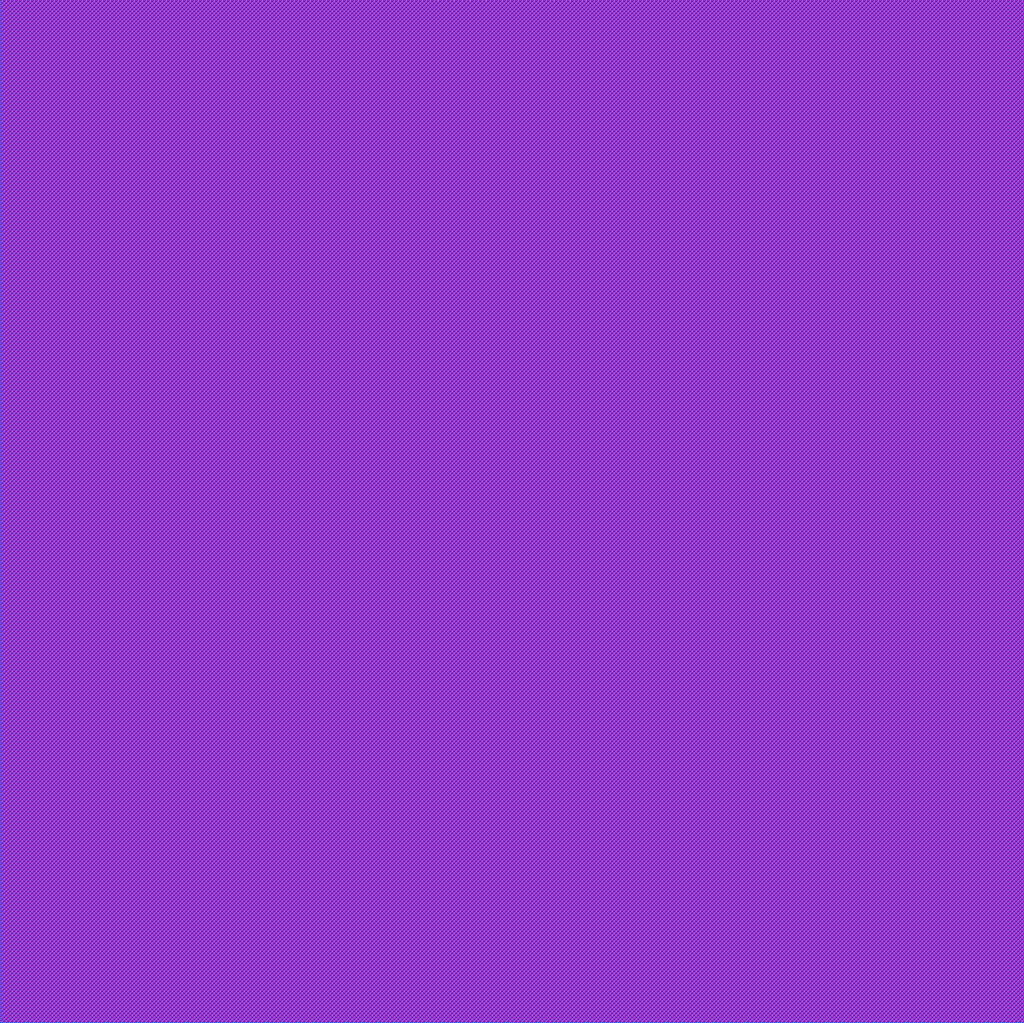
<source format=lef>
##
## LEF for PtnCells ;
## created by Encounter v09.10-p004_1 on Mon Mar  3 19:07:24 2014
##

VERSION 5.5 ;

NAMESCASESENSITIVE ON ;
BUSBITCHARS "[]" ;
DIVIDERCHAR "/" ;

UNITS
  DATABASE MICRONS 2000 ;
END UNITS

MACRO up_island
  CLASS BLOCK ;
  SIZE 184.6000 BY 184.4600 ;
  FOREIGN up_island 0.0000 0.0000 ;
  ORIGIN 0 0 ;
  SYMMETRY X Y R90 ;
  PIN CLK
    DIRECTION INPUT ;
    USE SIGNAL ;
    PORT
      LAYER metal2 ;
        RECT 76.0600 184.3900 76.1300 184.4600 ;
    END
  END CLK
  PIN reset
    DIRECTION INPUT ;
    USE SIGNAL ;
    PORT
      LAYER metal2 ;
        RECT 77.0100 184.3900 77.0800 184.4600 ;
    END
  END reset
  PIN BUS_NREADY
    DIRECTION INPUT ;
    USE SIGNAL ;
    PORT
      LAYER metal2 ;
        RECT 77.9600 184.3900 78.0300 184.4600 ;
    END
  END BUS_NREADY
  PIN BUS_BUSY
    DIRECTION OUTPUT ;
    USE SIGNAL ;
    PORT
      LAYER metal2 ;
        RECT 29.5100 0.0000 29.5800 0.0700 ;
    END
  END BUS_BUSY
  PIN BUS_MR
    DIRECTION OUTPUT ;
    USE SIGNAL ;
    PORT
      LAYER metal2 ;
        RECT 33.3100 0.0000 33.3800 0.0700 ;
    END
  END BUS_MR
  PIN BUS_MW
    DIRECTION OUTPUT ;
    USE SIGNAL ;
    PORT
      LAYER metal2 ;
        RECT 31.4100 0.0000 31.4800 0.0700 ;
    END
  END BUS_MW
  PIN BUS_ADDR_OUTBUS[31]
    DIRECTION OUTPUT ;
    USE SIGNAL ;
    PORT
      LAYER metal2 ;
        RECT 94.1100 0.0000 94.1800 0.0700 ;
    END
  END BUS_ADDR_OUTBUS[31]
  PIN BUS_ADDR_OUTBUS[30]
    DIRECTION OUTPUT ;
    USE SIGNAL ;
    PORT
      LAYER metal2 ;
        RECT 92.2100 0.0000 92.2800 0.0700 ;
    END
  END BUS_ADDR_OUTBUS[30]
  PIN BUS_ADDR_OUTBUS[29]
    DIRECTION OUTPUT ;
    USE SIGNAL ;
    PORT
      LAYER metal2 ;
        RECT 90.3100 0.0000 90.3800 0.0700 ;
    END
  END BUS_ADDR_OUTBUS[29]
  PIN BUS_ADDR_OUTBUS[28]
    DIRECTION OUTPUT ;
    USE SIGNAL ;
    PORT
      LAYER metal2 ;
        RECT 88.4100 0.0000 88.4800 0.0700 ;
    END
  END BUS_ADDR_OUTBUS[28]
  PIN BUS_ADDR_OUTBUS[27]
    DIRECTION OUTPUT ;
    USE SIGNAL ;
    PORT
      LAYER metal2 ;
        RECT 86.5100 0.0000 86.5800 0.0700 ;
    END
  END BUS_ADDR_OUTBUS[27]
  PIN BUS_ADDR_OUTBUS[26]
    DIRECTION OUTPUT ;
    USE SIGNAL ;
    PORT
      LAYER metal2 ;
        RECT 84.6100 0.0000 84.6800 0.0700 ;
    END
  END BUS_ADDR_OUTBUS[26]
  PIN BUS_ADDR_OUTBUS[25]
    DIRECTION OUTPUT ;
    USE SIGNAL ;
    PORT
      LAYER metal2 ;
        RECT 82.7100 0.0000 82.7800 0.0700 ;
    END
  END BUS_ADDR_OUTBUS[25]
  PIN BUS_ADDR_OUTBUS[24]
    DIRECTION OUTPUT ;
    USE SIGNAL ;
    PORT
      LAYER metal2 ;
        RECT 80.8100 0.0000 80.8800 0.0700 ;
    END
  END BUS_ADDR_OUTBUS[24]
  PIN BUS_ADDR_OUTBUS[23]
    DIRECTION OUTPUT ;
    USE SIGNAL ;
    PORT
      LAYER metal2 ;
        RECT 78.9100 0.0000 78.9800 0.0700 ;
    END
  END BUS_ADDR_OUTBUS[23]
  PIN BUS_ADDR_OUTBUS[22]
    DIRECTION OUTPUT ;
    USE SIGNAL ;
    PORT
      LAYER metal2 ;
        RECT 77.0100 0.0000 77.0800 0.0700 ;
    END
  END BUS_ADDR_OUTBUS[22]
  PIN BUS_ADDR_OUTBUS[21]
    DIRECTION OUTPUT ;
    USE SIGNAL ;
    PORT
      LAYER metal2 ;
        RECT 75.1100 0.0000 75.1800 0.0700 ;
    END
  END BUS_ADDR_OUTBUS[21]
  PIN BUS_ADDR_OUTBUS[20]
    DIRECTION OUTPUT ;
    USE SIGNAL ;
    PORT
      LAYER metal2 ;
        RECT 73.2100 0.0000 73.2800 0.0700 ;
    END
  END BUS_ADDR_OUTBUS[20]
  PIN BUS_ADDR_OUTBUS[19]
    DIRECTION OUTPUT ;
    USE SIGNAL ;
    PORT
      LAYER metal2 ;
        RECT 71.3100 0.0000 71.3800 0.0700 ;
    END
  END BUS_ADDR_OUTBUS[19]
  PIN BUS_ADDR_OUTBUS[18]
    DIRECTION OUTPUT ;
    USE SIGNAL ;
    PORT
      LAYER metal2 ;
        RECT 69.4100 0.0000 69.4800 0.0700 ;
    END
  END BUS_ADDR_OUTBUS[18]
  PIN BUS_ADDR_OUTBUS[17]
    DIRECTION OUTPUT ;
    USE SIGNAL ;
    PORT
      LAYER metal2 ;
        RECT 67.5100 0.0000 67.5800 0.0700 ;
    END
  END BUS_ADDR_OUTBUS[17]
  PIN BUS_ADDR_OUTBUS[16]
    DIRECTION OUTPUT ;
    USE SIGNAL ;
    PORT
      LAYER metal2 ;
        RECT 65.6100 0.0000 65.6800 0.0700 ;
    END
  END BUS_ADDR_OUTBUS[16]
  PIN BUS_ADDR_OUTBUS[15]
    DIRECTION OUTPUT ;
    USE SIGNAL ;
    PORT
      LAYER metal2 ;
        RECT 63.7100 0.0000 63.7800 0.0700 ;
    END
  END BUS_ADDR_OUTBUS[15]
  PIN BUS_ADDR_OUTBUS[14]
    DIRECTION OUTPUT ;
    USE SIGNAL ;
    PORT
      LAYER metal2 ;
        RECT 61.8100 0.0000 61.8800 0.0700 ;
    END
  END BUS_ADDR_OUTBUS[14]
  PIN BUS_ADDR_OUTBUS[13]
    DIRECTION OUTPUT ;
    USE SIGNAL ;
    PORT
      LAYER metal2 ;
        RECT 59.9100 0.0000 59.9800 0.0700 ;
    END
  END BUS_ADDR_OUTBUS[13]
  PIN BUS_ADDR_OUTBUS[12]
    DIRECTION OUTPUT ;
    USE SIGNAL ;
    PORT
      LAYER metal2 ;
        RECT 58.0100 0.0000 58.0800 0.0700 ;
    END
  END BUS_ADDR_OUTBUS[12]
  PIN BUS_ADDR_OUTBUS[11]
    DIRECTION OUTPUT ;
    USE SIGNAL ;
    PORT
      LAYER metal2 ;
        RECT 56.1100 0.0000 56.1800 0.0700 ;
    END
  END BUS_ADDR_OUTBUS[11]
  PIN BUS_ADDR_OUTBUS[10]
    DIRECTION OUTPUT ;
    USE SIGNAL ;
    PORT
      LAYER metal2 ;
        RECT 54.2100 0.0000 54.2800 0.0700 ;
    END
  END BUS_ADDR_OUTBUS[10]
  PIN BUS_ADDR_OUTBUS[9]
    DIRECTION OUTPUT ;
    USE SIGNAL ;
    PORT
      LAYER metal2 ;
        RECT 52.3100 0.0000 52.3800 0.0700 ;
    END
  END BUS_ADDR_OUTBUS[9]
  PIN BUS_ADDR_OUTBUS[8]
    DIRECTION OUTPUT ;
    USE SIGNAL ;
    PORT
      LAYER metal2 ;
        RECT 50.4100 0.0000 50.4800 0.0700 ;
    END
  END BUS_ADDR_OUTBUS[8]
  PIN BUS_ADDR_OUTBUS[7]
    DIRECTION OUTPUT ;
    USE SIGNAL ;
    PORT
      LAYER metal2 ;
        RECT 48.5100 0.0000 48.5800 0.0700 ;
    END
  END BUS_ADDR_OUTBUS[7]
  PIN BUS_ADDR_OUTBUS[6]
    DIRECTION OUTPUT ;
    USE SIGNAL ;
    PORT
      LAYER metal2 ;
        RECT 46.6100 0.0000 46.6800 0.0700 ;
    END
  END BUS_ADDR_OUTBUS[6]
  PIN BUS_ADDR_OUTBUS[5]
    DIRECTION OUTPUT ;
    USE SIGNAL ;
    PORT
      LAYER metal2 ;
        RECT 44.7100 0.0000 44.7800 0.0700 ;
    END
  END BUS_ADDR_OUTBUS[5]
  PIN BUS_ADDR_OUTBUS[4]
    DIRECTION OUTPUT ;
    USE SIGNAL ;
    PORT
      LAYER metal2 ;
        RECT 42.8100 0.0000 42.8800 0.0700 ;
    END
  END BUS_ADDR_OUTBUS[4]
  PIN BUS_ADDR_OUTBUS[3]
    DIRECTION OUTPUT ;
    USE SIGNAL ;
    PORT
      LAYER metal2 ;
        RECT 40.9100 0.0000 40.9800 0.0700 ;
    END
  END BUS_ADDR_OUTBUS[3]
  PIN BUS_ADDR_OUTBUS[2]
    DIRECTION OUTPUT ;
    USE SIGNAL ;
    PORT
      LAYER metal2 ;
        RECT 39.0100 0.0000 39.0800 0.0700 ;
    END
  END BUS_ADDR_OUTBUS[2]
  PIN BUS_ADDR_OUTBUS[1]
    DIRECTION OUTPUT ;
    USE SIGNAL ;
    PORT
      LAYER metal2 ;
        RECT 37.1100 0.0000 37.1800 0.0700 ;
    END
  END BUS_ADDR_OUTBUS[1]
  PIN BUS_ADDR_OUTBUS[0]
    DIRECTION OUTPUT ;
    USE SIGNAL ;
    PORT
      LAYER metal2 ;
        RECT 35.2100 0.0000 35.2800 0.0700 ;
    END
  END BUS_ADDR_OUTBUS[0]
  PIN BUS_DATA_INBUS[31]
    DIRECTION INPUT ;
    USE SIGNAL ;
    PORT
      LAYER metal2 ;
        RECT 108.3600 184.3900 108.4300 184.4600 ;
    END
  END BUS_DATA_INBUS[31]
  PIN BUS_DATA_INBUS[30]
    DIRECTION INPUT ;
    USE SIGNAL ;
    PORT
      LAYER metal2 ;
        RECT 107.4100 184.3900 107.4800 184.4600 ;
    END
  END BUS_DATA_INBUS[30]
  PIN BUS_DATA_INBUS[29]
    DIRECTION INPUT ;
    USE SIGNAL ;
    PORT
      LAYER metal2 ;
        RECT 106.4600 184.3900 106.5300 184.4600 ;
    END
  END BUS_DATA_INBUS[29]
  PIN BUS_DATA_INBUS[28]
    DIRECTION INPUT ;
    USE SIGNAL ;
    PORT
      LAYER metal2 ;
        RECT 105.5100 184.3900 105.5800 184.4600 ;
    END
  END BUS_DATA_INBUS[28]
  PIN BUS_DATA_INBUS[27]
    DIRECTION INPUT ;
    USE SIGNAL ;
    PORT
      LAYER metal2 ;
        RECT 104.5600 184.3900 104.6300 184.4600 ;
    END
  END BUS_DATA_INBUS[27]
  PIN BUS_DATA_INBUS[26]
    DIRECTION INPUT ;
    USE SIGNAL ;
    PORT
      LAYER metal2 ;
        RECT 103.6100 184.3900 103.6800 184.4600 ;
    END
  END BUS_DATA_INBUS[26]
  PIN BUS_DATA_INBUS[25]
    DIRECTION INPUT ;
    USE SIGNAL ;
    PORT
      LAYER metal2 ;
        RECT 102.6600 184.3900 102.7300 184.4600 ;
    END
  END BUS_DATA_INBUS[25]
  PIN BUS_DATA_INBUS[24]
    DIRECTION INPUT ;
    USE SIGNAL ;
    PORT
      LAYER metal2 ;
        RECT 101.7100 184.3900 101.7800 184.4600 ;
    END
  END BUS_DATA_INBUS[24]
  PIN BUS_DATA_INBUS[23]
    DIRECTION INPUT ;
    USE SIGNAL ;
    PORT
      LAYER metal2 ;
        RECT 100.7600 184.3900 100.8300 184.4600 ;
    END
  END BUS_DATA_INBUS[23]
  PIN BUS_DATA_INBUS[22]
    DIRECTION INPUT ;
    USE SIGNAL ;
    PORT
      LAYER metal2 ;
        RECT 99.8100 184.3900 99.8800 184.4600 ;
    END
  END BUS_DATA_INBUS[22]
  PIN BUS_DATA_INBUS[21]
    DIRECTION INPUT ;
    USE SIGNAL ;
    PORT
      LAYER metal2 ;
        RECT 98.8600 184.3900 98.9300 184.4600 ;
    END
  END BUS_DATA_INBUS[21]
  PIN BUS_DATA_INBUS[20]
    DIRECTION INPUT ;
    USE SIGNAL ;
    PORT
      LAYER metal2 ;
        RECT 97.9100 184.3900 97.9800 184.4600 ;
    END
  END BUS_DATA_INBUS[20]
  PIN BUS_DATA_INBUS[19]
    DIRECTION INPUT ;
    USE SIGNAL ;
    PORT
      LAYER metal2 ;
        RECT 96.9600 184.3900 97.0300 184.4600 ;
    END
  END BUS_DATA_INBUS[19]
  PIN BUS_DATA_INBUS[18]
    DIRECTION INPUT ;
    USE SIGNAL ;
    PORT
      LAYER metal2 ;
        RECT 96.0100 184.3900 96.0800 184.4600 ;
    END
  END BUS_DATA_INBUS[18]
  PIN BUS_DATA_INBUS[17]
    DIRECTION INPUT ;
    USE SIGNAL ;
    PORT
      LAYER metal2 ;
        RECT 95.0600 184.3900 95.1300 184.4600 ;
    END
  END BUS_DATA_INBUS[17]
  PIN BUS_DATA_INBUS[16]
    DIRECTION INPUT ;
    USE SIGNAL ;
    PORT
      LAYER metal2 ;
        RECT 94.1100 184.3900 94.1800 184.4600 ;
    END
  END BUS_DATA_INBUS[16]
  PIN BUS_DATA_INBUS[15]
    DIRECTION INPUT ;
    USE SIGNAL ;
    PORT
      LAYER metal2 ;
        RECT 93.1600 184.3900 93.2300 184.4600 ;
    END
  END BUS_DATA_INBUS[15]
  PIN BUS_DATA_INBUS[14]
    DIRECTION INPUT ;
    USE SIGNAL ;
    PORT
      LAYER metal2 ;
        RECT 92.2100 184.3900 92.2800 184.4600 ;
    END
  END BUS_DATA_INBUS[14]
  PIN BUS_DATA_INBUS[13]
    DIRECTION INPUT ;
    USE SIGNAL ;
    PORT
      LAYER metal2 ;
        RECT 91.2600 184.3900 91.3300 184.4600 ;
    END
  END BUS_DATA_INBUS[13]
  PIN BUS_DATA_INBUS[12]
    DIRECTION INPUT ;
    USE SIGNAL ;
    PORT
      LAYER metal2 ;
        RECT 90.3100 184.3900 90.3800 184.4600 ;
    END
  END BUS_DATA_INBUS[12]
  PIN BUS_DATA_INBUS[11]
    DIRECTION INPUT ;
    USE SIGNAL ;
    PORT
      LAYER metal2 ;
        RECT 89.3600 184.3900 89.4300 184.4600 ;
    END
  END BUS_DATA_INBUS[11]
  PIN BUS_DATA_INBUS[10]
    DIRECTION INPUT ;
    USE SIGNAL ;
    PORT
      LAYER metal2 ;
        RECT 88.4100 184.3900 88.4800 184.4600 ;
    END
  END BUS_DATA_INBUS[10]
  PIN BUS_DATA_INBUS[9]
    DIRECTION INPUT ;
    USE SIGNAL ;
    PORT
      LAYER metal2 ;
        RECT 87.4600 184.3900 87.5300 184.4600 ;
    END
  END BUS_DATA_INBUS[9]
  PIN BUS_DATA_INBUS[8]
    DIRECTION INPUT ;
    USE SIGNAL ;
    PORT
      LAYER metal2 ;
        RECT 86.5100 184.3900 86.5800 184.4600 ;
    END
  END BUS_DATA_INBUS[8]
  PIN BUS_DATA_INBUS[7]
    DIRECTION INPUT ;
    USE SIGNAL ;
    PORT
      LAYER metal2 ;
        RECT 85.5600 184.3900 85.6300 184.4600 ;
    END
  END BUS_DATA_INBUS[7]
  PIN BUS_DATA_INBUS[6]
    DIRECTION INPUT ;
    USE SIGNAL ;
    PORT
      LAYER metal2 ;
        RECT 84.6100 184.3900 84.6800 184.4600 ;
    END
  END BUS_DATA_INBUS[6]
  PIN BUS_DATA_INBUS[5]
    DIRECTION INPUT ;
    USE SIGNAL ;
    PORT
      LAYER metal2 ;
        RECT 83.6600 184.3900 83.7300 184.4600 ;
    END
  END BUS_DATA_INBUS[5]
  PIN BUS_DATA_INBUS[4]
    DIRECTION INPUT ;
    USE SIGNAL ;
    PORT
      LAYER metal2 ;
        RECT 82.7100 184.3900 82.7800 184.4600 ;
    END
  END BUS_DATA_INBUS[4]
  PIN BUS_DATA_INBUS[3]
    DIRECTION INPUT ;
    USE SIGNAL ;
    PORT
      LAYER metal2 ;
        RECT 81.7600 184.3900 81.8300 184.4600 ;
    END
  END BUS_DATA_INBUS[3]
  PIN BUS_DATA_INBUS[2]
    DIRECTION INPUT ;
    USE SIGNAL ;
    PORT
      LAYER metal2 ;
        RECT 80.8100 184.3900 80.8800 184.4600 ;
    END
  END BUS_DATA_INBUS[2]
  PIN BUS_DATA_INBUS[1]
    DIRECTION INPUT ;
    USE SIGNAL ;
    PORT
      LAYER metal2 ;
        RECT 79.8600 184.3900 79.9300 184.4600 ;
    END
  END BUS_DATA_INBUS[1]
  PIN BUS_DATA_INBUS[0]
    DIRECTION INPUT ;
    USE SIGNAL ;
    PORT
      LAYER metal2 ;
        RECT 78.9100 184.3900 78.9800 184.4600 ;
    END
  END BUS_DATA_INBUS[0]
  PIN BUS_DATA_OUTBUS[31]
    DIRECTION OUTPUT ;
    USE SIGNAL ;
    PORT
      LAYER metal2 ;
        RECT 154.9100 0.0000 154.9800 0.0700 ;
    END
  END BUS_DATA_OUTBUS[31]
  PIN BUS_DATA_OUTBUS[30]
    DIRECTION OUTPUT ;
    USE SIGNAL ;
    PORT
      LAYER metal2 ;
        RECT 153.0100 0.0000 153.0800 0.0700 ;
    END
  END BUS_DATA_OUTBUS[30]
  PIN BUS_DATA_OUTBUS[29]
    DIRECTION OUTPUT ;
    USE SIGNAL ;
    PORT
      LAYER metal2 ;
        RECT 151.1100 0.0000 151.1800 0.0700 ;
    END
  END BUS_DATA_OUTBUS[29]
  PIN BUS_DATA_OUTBUS[28]
    DIRECTION OUTPUT ;
    USE SIGNAL ;
    PORT
      LAYER metal2 ;
        RECT 149.2100 0.0000 149.2800 0.0700 ;
    END
  END BUS_DATA_OUTBUS[28]
  PIN BUS_DATA_OUTBUS[27]
    DIRECTION OUTPUT ;
    USE SIGNAL ;
    PORT
      LAYER metal2 ;
        RECT 147.3100 0.0000 147.3800 0.0700 ;
    END
  END BUS_DATA_OUTBUS[27]
  PIN BUS_DATA_OUTBUS[26]
    DIRECTION OUTPUT ;
    USE SIGNAL ;
    PORT
      LAYER metal2 ;
        RECT 145.4100 0.0000 145.4800 0.0700 ;
    END
  END BUS_DATA_OUTBUS[26]
  PIN BUS_DATA_OUTBUS[25]
    DIRECTION OUTPUT ;
    USE SIGNAL ;
    PORT
      LAYER metal2 ;
        RECT 143.5100 0.0000 143.5800 0.0700 ;
    END
  END BUS_DATA_OUTBUS[25]
  PIN BUS_DATA_OUTBUS[24]
    DIRECTION OUTPUT ;
    USE SIGNAL ;
    PORT
      LAYER metal2 ;
        RECT 141.6100 0.0000 141.6800 0.0700 ;
    END
  END BUS_DATA_OUTBUS[24]
  PIN BUS_DATA_OUTBUS[23]
    DIRECTION OUTPUT ;
    USE SIGNAL ;
    PORT
      LAYER metal2 ;
        RECT 139.7100 0.0000 139.7800 0.0700 ;
    END
  END BUS_DATA_OUTBUS[23]
  PIN BUS_DATA_OUTBUS[22]
    DIRECTION OUTPUT ;
    USE SIGNAL ;
    PORT
      LAYER metal2 ;
        RECT 137.8100 0.0000 137.8800 0.0700 ;
    END
  END BUS_DATA_OUTBUS[22]
  PIN BUS_DATA_OUTBUS[21]
    DIRECTION OUTPUT ;
    USE SIGNAL ;
    PORT
      LAYER metal2 ;
        RECT 135.9100 0.0000 135.9800 0.0700 ;
    END
  END BUS_DATA_OUTBUS[21]
  PIN BUS_DATA_OUTBUS[20]
    DIRECTION OUTPUT ;
    USE SIGNAL ;
    PORT
      LAYER metal2 ;
        RECT 134.0100 0.0000 134.0800 0.0700 ;
    END
  END BUS_DATA_OUTBUS[20]
  PIN BUS_DATA_OUTBUS[19]
    DIRECTION OUTPUT ;
    USE SIGNAL ;
    PORT
      LAYER metal2 ;
        RECT 132.1100 0.0000 132.1800 0.0700 ;
    END
  END BUS_DATA_OUTBUS[19]
  PIN BUS_DATA_OUTBUS[18]
    DIRECTION OUTPUT ;
    USE SIGNAL ;
    PORT
      LAYER metal2 ;
        RECT 130.2100 0.0000 130.2800 0.0700 ;
    END
  END BUS_DATA_OUTBUS[18]
  PIN BUS_DATA_OUTBUS[17]
    DIRECTION OUTPUT ;
    USE SIGNAL ;
    PORT
      LAYER metal2 ;
        RECT 128.3100 0.0000 128.3800 0.0700 ;
    END
  END BUS_DATA_OUTBUS[17]
  PIN BUS_DATA_OUTBUS[16]
    DIRECTION OUTPUT ;
    USE SIGNAL ;
    PORT
      LAYER metal2 ;
        RECT 126.4100 0.0000 126.4800 0.0700 ;
    END
  END BUS_DATA_OUTBUS[16]
  PIN BUS_DATA_OUTBUS[15]
    DIRECTION OUTPUT ;
    USE SIGNAL ;
    PORT
      LAYER metal2 ;
        RECT 124.5100 0.0000 124.5800 0.0700 ;
    END
  END BUS_DATA_OUTBUS[15]
  PIN BUS_DATA_OUTBUS[14]
    DIRECTION OUTPUT ;
    USE SIGNAL ;
    PORT
      LAYER metal2 ;
        RECT 122.6100 0.0000 122.6800 0.0700 ;
    END
  END BUS_DATA_OUTBUS[14]
  PIN BUS_DATA_OUTBUS[13]
    DIRECTION OUTPUT ;
    USE SIGNAL ;
    PORT
      LAYER metal2 ;
        RECT 120.7100 0.0000 120.7800 0.0700 ;
    END
  END BUS_DATA_OUTBUS[13]
  PIN BUS_DATA_OUTBUS[12]
    DIRECTION OUTPUT ;
    USE SIGNAL ;
    PORT
      LAYER metal2 ;
        RECT 118.8100 0.0000 118.8800 0.0700 ;
    END
  END BUS_DATA_OUTBUS[12]
  PIN BUS_DATA_OUTBUS[11]
    DIRECTION OUTPUT ;
    USE SIGNAL ;
    PORT
      LAYER metal2 ;
        RECT 116.9100 0.0000 116.9800 0.0700 ;
    END
  END BUS_DATA_OUTBUS[11]
  PIN BUS_DATA_OUTBUS[10]
    DIRECTION OUTPUT ;
    USE SIGNAL ;
    PORT
      LAYER metal2 ;
        RECT 115.0100 0.0000 115.0800 0.0700 ;
    END
  END BUS_DATA_OUTBUS[10]
  PIN BUS_DATA_OUTBUS[9]
    DIRECTION OUTPUT ;
    USE SIGNAL ;
    PORT
      LAYER metal2 ;
        RECT 113.1100 0.0000 113.1800 0.0700 ;
    END
  END BUS_DATA_OUTBUS[9]
  PIN BUS_DATA_OUTBUS[8]
    DIRECTION OUTPUT ;
    USE SIGNAL ;
    PORT
      LAYER metal2 ;
        RECT 111.2100 0.0000 111.2800 0.0700 ;
    END
  END BUS_DATA_OUTBUS[8]
  PIN BUS_DATA_OUTBUS[7]
    DIRECTION OUTPUT ;
    USE SIGNAL ;
    PORT
      LAYER metal2 ;
        RECT 109.3100 0.0000 109.3800 0.0700 ;
    END
  END BUS_DATA_OUTBUS[7]
  PIN BUS_DATA_OUTBUS[6]
    DIRECTION OUTPUT ;
    USE SIGNAL ;
    PORT
      LAYER metal2 ;
        RECT 107.4100 0.0000 107.4800 0.0700 ;
    END
  END BUS_DATA_OUTBUS[6]
  PIN BUS_DATA_OUTBUS[5]
    DIRECTION OUTPUT ;
    USE SIGNAL ;
    PORT
      LAYER metal2 ;
        RECT 105.5100 0.0000 105.5800 0.0700 ;
    END
  END BUS_DATA_OUTBUS[5]
  PIN BUS_DATA_OUTBUS[4]
    DIRECTION OUTPUT ;
    USE SIGNAL ;
    PORT
      LAYER metal2 ;
        RECT 103.6100 0.0000 103.6800 0.0700 ;
    END
  END BUS_DATA_OUTBUS[4]
  PIN BUS_DATA_OUTBUS[3]
    DIRECTION OUTPUT ;
    USE SIGNAL ;
    PORT
      LAYER metal2 ;
        RECT 101.7100 0.0000 101.7800 0.0700 ;
    END
  END BUS_DATA_OUTBUS[3]
  PIN BUS_DATA_OUTBUS[2]
    DIRECTION OUTPUT ;
    USE SIGNAL ;
    PORT
      LAYER metal2 ;
        RECT 99.8100 0.0000 99.8800 0.0700 ;
    END
  END BUS_DATA_OUTBUS[2]
  PIN BUS_DATA_OUTBUS[1]
    DIRECTION OUTPUT ;
    USE SIGNAL ;
    PORT
      LAYER metal2 ;
        RECT 97.9100 0.0000 97.9800 0.0700 ;
    END
  END BUS_DATA_OUTBUS[1]
  PIN BUS_DATA_OUTBUS[0]
    DIRECTION OUTPUT ;
    USE SIGNAL ;
    PORT
      LAYER metal2 ;
        RECT 96.0100 0.0000 96.0800 0.0700 ;
    END
  END BUS_DATA_OUTBUS[0]
  PIN VDD
    DIRECTION INOUT ;
    USE POWER ;
    PORT
      LAYER metal10 ;
        RECT 2.3800 0.0000 3.1800 0.8000 ;
    END
    PORT
      LAYER metal10 ;
        RECT 2.3800 183.6600 3.1800 184.4600 ;
    END
    PORT
      LAYER metal10 ;
        RECT 181.5000 0.0000 182.3000 0.8000 ;
    END
    PORT
      LAYER metal10 ;
        RECT 181.5000 183.6600 182.3000 184.4600 ;
    END
  END VDD
  PIN VSS
    DIRECTION INOUT ;
    USE GROUND ;
    PORT
      LAYER metal10 ;
        RECT 0.7800 0.0000 1.5800 0.8000 ;
    END
    PORT
      LAYER metal10 ;
        RECT 0.7800 183.6600 1.5800 184.4600 ;
    END
    PORT
      LAYER metal10 ;
        RECT 183.1000 0.0000 183.9000 0.8000 ;
    END
    PORT
      LAYER metal10 ;
        RECT 183.1000 183.6600 183.9000 184.4600 ;
    END
  END VSS
  OBS
    LAYER metal1 ;
      RECT 0.0000 0.0000 184.6000 184.4600 ;
    LAYER metal2 ;
      RECT 108.5000 184.3200 184.6000 184.4600 ;
      RECT 107.5500 184.3200 108.2900 184.4600 ;
      RECT 106.6000 184.3200 107.3400 184.4600 ;
      RECT 105.6500 184.3200 106.3900 184.4600 ;
      RECT 104.7000 184.3200 105.4400 184.4600 ;
      RECT 103.7500 184.3200 104.4900 184.4600 ;
      RECT 102.8000 184.3200 103.5400 184.4600 ;
      RECT 101.8500 184.3200 102.5900 184.4600 ;
      RECT 100.9000 184.3200 101.6400 184.4600 ;
      RECT 99.9500 184.3200 100.6900 184.4600 ;
      RECT 99.0000 184.3200 99.7400 184.4600 ;
      RECT 98.0500 184.3200 98.7900 184.4600 ;
      RECT 97.1000 184.3200 97.8400 184.4600 ;
      RECT 96.1500 184.3200 96.8900 184.4600 ;
      RECT 95.2000 184.3200 95.9400 184.4600 ;
      RECT 94.2500 184.3200 94.9900 184.4600 ;
      RECT 93.3000 184.3200 94.0400 184.4600 ;
      RECT 92.3500 184.3200 93.0900 184.4600 ;
      RECT 91.4000 184.3200 92.1400 184.4600 ;
      RECT 90.4500 184.3200 91.1900 184.4600 ;
      RECT 89.5000 184.3200 90.2400 184.4600 ;
      RECT 88.5500 184.3200 89.2900 184.4600 ;
      RECT 87.6000 184.3200 88.3400 184.4600 ;
      RECT 86.6500 184.3200 87.3900 184.4600 ;
      RECT 85.7000 184.3200 86.4400 184.4600 ;
      RECT 84.7500 184.3200 85.4900 184.4600 ;
      RECT 83.8000 184.3200 84.5400 184.4600 ;
      RECT 82.8500 184.3200 83.5900 184.4600 ;
      RECT 81.9000 184.3200 82.6400 184.4600 ;
      RECT 80.9500 184.3200 81.6900 184.4600 ;
      RECT 80.0000 184.3200 80.7400 184.4600 ;
      RECT 79.0500 184.3200 79.7900 184.4600 ;
      RECT 78.1000 184.3200 78.8400 184.4600 ;
      RECT 77.1500 184.3200 77.8900 184.4600 ;
      RECT 76.2000 184.3200 76.9400 184.4600 ;
      RECT 0.0000 184.3200 75.9900 184.4600 ;
      RECT 0.0000 0.1400 184.6000 184.3200 ;
      RECT 155.0500 0.0000 184.6000 0.1400 ;
      RECT 153.1500 0.0000 154.8400 0.1400 ;
      RECT 151.2500 0.0000 152.9400 0.1400 ;
      RECT 149.3500 0.0000 151.0400 0.1400 ;
      RECT 147.4500 0.0000 149.1400 0.1400 ;
      RECT 145.5500 0.0000 147.2400 0.1400 ;
      RECT 143.6500 0.0000 145.3400 0.1400 ;
      RECT 141.7500 0.0000 143.4400 0.1400 ;
      RECT 139.8500 0.0000 141.5400 0.1400 ;
      RECT 137.9500 0.0000 139.6400 0.1400 ;
      RECT 136.0500 0.0000 137.7400 0.1400 ;
      RECT 134.1500 0.0000 135.8400 0.1400 ;
      RECT 132.2500 0.0000 133.9400 0.1400 ;
      RECT 130.3500 0.0000 132.0400 0.1400 ;
      RECT 128.4500 0.0000 130.1400 0.1400 ;
      RECT 126.5500 0.0000 128.2400 0.1400 ;
      RECT 124.6500 0.0000 126.3400 0.1400 ;
      RECT 122.7500 0.0000 124.4400 0.1400 ;
      RECT 120.8500 0.0000 122.5400 0.1400 ;
      RECT 118.9500 0.0000 120.6400 0.1400 ;
      RECT 117.0500 0.0000 118.7400 0.1400 ;
      RECT 115.1500 0.0000 116.8400 0.1400 ;
      RECT 113.2500 0.0000 114.9400 0.1400 ;
      RECT 111.3500 0.0000 113.0400 0.1400 ;
      RECT 109.4500 0.0000 111.1400 0.1400 ;
      RECT 107.5500 0.0000 109.2400 0.1400 ;
      RECT 105.6500 0.0000 107.3400 0.1400 ;
      RECT 103.7500 0.0000 105.4400 0.1400 ;
      RECT 101.8500 0.0000 103.5400 0.1400 ;
      RECT 99.9500 0.0000 101.6400 0.1400 ;
      RECT 98.0500 0.0000 99.7400 0.1400 ;
      RECT 96.1500 0.0000 97.8400 0.1400 ;
      RECT 94.2500 0.0000 95.9400 0.1400 ;
      RECT 92.3500 0.0000 94.0400 0.1400 ;
      RECT 90.4500 0.0000 92.1400 0.1400 ;
      RECT 88.5500 0.0000 90.2400 0.1400 ;
      RECT 86.6500 0.0000 88.3400 0.1400 ;
      RECT 84.7500 0.0000 86.4400 0.1400 ;
      RECT 82.8500 0.0000 84.5400 0.1400 ;
      RECT 80.9500 0.0000 82.6400 0.1400 ;
      RECT 79.0500 0.0000 80.7400 0.1400 ;
      RECT 77.1500 0.0000 78.8400 0.1400 ;
      RECT 75.2500 0.0000 76.9400 0.1400 ;
      RECT 73.3500 0.0000 75.0400 0.1400 ;
      RECT 71.4500 0.0000 73.1400 0.1400 ;
      RECT 69.5500 0.0000 71.2400 0.1400 ;
      RECT 67.6500 0.0000 69.3400 0.1400 ;
      RECT 65.7500 0.0000 67.4400 0.1400 ;
      RECT 63.8500 0.0000 65.5400 0.1400 ;
      RECT 61.9500 0.0000 63.6400 0.1400 ;
      RECT 60.0500 0.0000 61.7400 0.1400 ;
      RECT 58.1500 0.0000 59.8400 0.1400 ;
      RECT 56.2500 0.0000 57.9400 0.1400 ;
      RECT 54.3500 0.0000 56.0400 0.1400 ;
      RECT 52.4500 0.0000 54.1400 0.1400 ;
      RECT 50.5500 0.0000 52.2400 0.1400 ;
      RECT 48.6500 0.0000 50.3400 0.1400 ;
      RECT 46.7500 0.0000 48.4400 0.1400 ;
      RECT 44.8500 0.0000 46.5400 0.1400 ;
      RECT 42.9500 0.0000 44.6400 0.1400 ;
      RECT 41.0500 0.0000 42.7400 0.1400 ;
      RECT 39.1500 0.0000 40.8400 0.1400 ;
      RECT 37.2500 0.0000 38.9400 0.1400 ;
      RECT 35.3500 0.0000 37.0400 0.1400 ;
      RECT 33.4500 0.0000 35.1400 0.1400 ;
      RECT 31.5500 0.0000 33.2400 0.1400 ;
      RECT 29.6500 0.0000 31.3400 0.1400 ;
      RECT 0.0000 0.0000 29.4400 0.1400 ;
    LAYER metal3 ;
      RECT 0.0000 0.0000 184.6000 184.4600 ;
    LAYER metal4 ;
      RECT 0.0000 0.0000 184.6000 184.4600 ;
    LAYER metal5 ;
      RECT 0.0000 0.0000 184.6000 184.4600 ;
    LAYER metal6 ;
      RECT 0.0000 0.0000 184.6000 184.4600 ;
    LAYER metal7 ;
      RECT 0.0000 0.0000 184.6000 184.4600 ;
    LAYER metal8 ;
      RECT 0.0000 0.0000 184.6000 184.4600 ;
    LAYER metal9 ;
      RECT 0.0000 0.0000 184.6000 184.4600 ;
    LAYER metal10 ;
      RECT 3.9800 182.8600 180.7000 184.4600 ;
      RECT 0.0000 1.6000 184.6000 182.8600 ;
      RECT 3.9800 0.0000 180.7000 1.6000 ;
  END
END up_island

END LIBRARY

</source>
